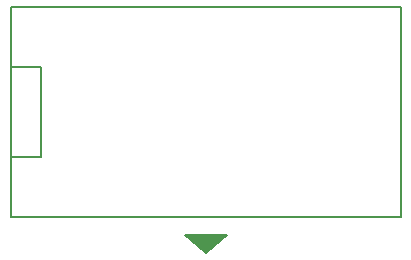
<source format=gbr>
G04 #@! TF.GenerationSoftware,KiCad,Pcbnew,(5.1.9-0-10_14)*
G04 #@! TF.CreationDate,2021-04-12T21:42:41-07:00*
G04 #@! TF.ProjectId,cart,63617274-2e6b-4696-9361-645f70636258,1.0-dev3*
G04 #@! TF.SameCoordinates,Original*
G04 #@! TF.FileFunction,Legend,Top*
G04 #@! TF.FilePolarity,Positive*
%FSLAX46Y46*%
G04 Gerber Fmt 4.6, Leading zero omitted, Abs format (unit mm)*
G04 Created by KiCad (PCBNEW (5.1.9-0-10_14)) date 2021-04-12 21:42:41*
%MOMM*%
%LPD*%
G01*
G04 APERTURE LIST*
%ADD10C,0.200000*%
%ADD11C,0.150000*%
G04 APERTURE END LIST*
D10*
G36*
X139700000Y-123698000D02*
G01*
X137922000Y-122174000D01*
X141478000Y-122174000D01*
X139700000Y-123698000D01*
G37*
X139700000Y-123698000D02*
X137922000Y-122174000D01*
X141478000Y-122174000D01*
X139700000Y-123698000D01*
D11*
X125730000Y-115570000D02*
X125730000Y-107950000D01*
X156210000Y-102870000D02*
X156210000Y-120650000D01*
X123190000Y-102870000D02*
X156210000Y-102870000D01*
X123190000Y-107950000D02*
X123190000Y-102870000D01*
X123190000Y-107950000D02*
X125730000Y-107950000D01*
X123190000Y-115570000D02*
X123190000Y-107950000D01*
X125730000Y-115570000D02*
X123190000Y-115570000D01*
X123190000Y-120650000D02*
X123190000Y-115570000D01*
X123190000Y-120650000D02*
X156210000Y-120650000D01*
M02*

</source>
